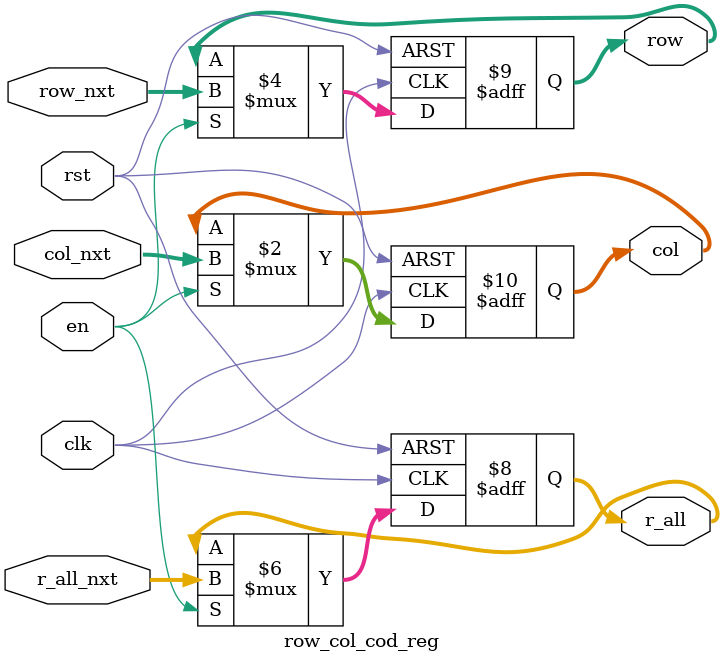
<source format=v>
`timescale 1fs / 1fs

module row_col_cod_reg #(
		     parameter WORD_W = 8,
		     parameter ROW_W = 4, //2^ number of rows = 2^ number of col
			 parameter SIZE = (1<<ROW_W)
		     )
   (
    input 		  rst,
    input 		  en,
    input 		  clk,
	input [SIZE-1:0] r_all_nxt, 
    input [SIZE-1:0] row_nxt,
    input [SIZE-1:0] col_nxt,
    output reg [SIZE-1:0] r_all, 
    output reg [SIZE-1:0] row,
    output reg [SIZE-1:0] col);

   

   always @ (negedge clk, posedge rst) begin 
      if(rst)begin
	 //reset for 16x16 c bank with half on and half off
	 //r_all <= 16'd255;
	 r_all <= 16'd65280;
	 row <= 16'd256;
	 col <= 16'd0;
      end
      else if(en)begin
	 r_all <= r_all_nxt;
	 row <= row_nxt;
	 col <= col_nxt;

      end
   end 

endmodule

</source>
